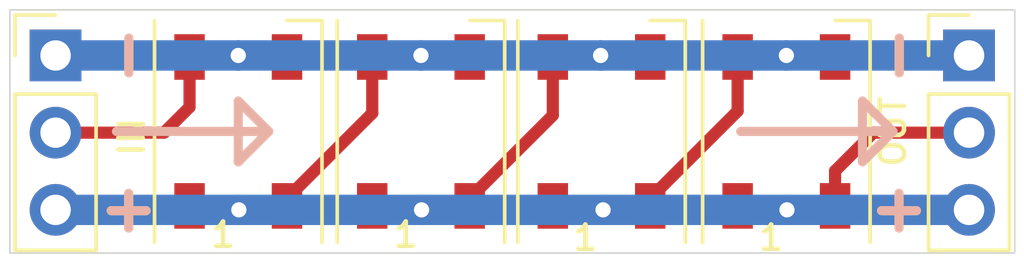
<source format=kicad_pcb>
(kicad_pcb (version 20171130) (host pcbnew 5.1.0)

  (general
    (thickness 1.6)
    (drawings 20)
    (tracks 52)
    (zones 0)
    (modules 6)
    (nets 8)
  )

  (page A4)
  (layers
    (0 F.Cu signal)
    (31 B.Cu signal)
    (32 B.Adhes user)
    (33 F.Adhes user)
    (34 B.Paste user)
    (35 F.Paste user)
    (36 B.SilkS user)
    (37 F.SilkS user)
    (38 B.Mask user)
    (39 F.Mask user)
    (40 Dwgs.User user)
    (41 Cmts.User user)
    (42 Eco1.User user)
    (43 Eco2.User user)
    (44 Edge.Cuts user)
    (45 Margin user)
    (46 B.CrtYd user)
    (47 F.CrtYd user)
    (48 B.Fab user)
    (49 F.Fab user)
  )

  (setup
    (last_trace_width 1)
    (user_trace_width 1)
    (trace_clearance 0.2)
    (zone_clearance 0.508)
    (zone_45_only no)
    (trace_min 0.2)
    (via_size 1)
    (via_drill 0.5)
    (via_min_size 0.4)
    (via_min_drill 0.3)
    (uvia_size 0.3)
    (uvia_drill 0.1)
    (uvias_allowed no)
    (uvia_min_size 0.2)
    (uvia_min_drill 0.1)
    (edge_width 0.05)
    (segment_width 0.2)
    (pcb_text_width 0.3)
    (pcb_text_size 1.5 1.5)
    (mod_edge_width 0.12)
    (mod_text_size 1 1)
    (mod_text_width 0.15)
    (pad_size 1.524 1.524)
    (pad_drill 0.762)
    (pad_to_mask_clearance 0.051)
    (solder_mask_min_width 0.25)
    (aux_axis_origin 0 0)
    (visible_elements FFFFFF7F)
    (pcbplotparams
      (layerselection 0x010fc_ffffffff)
      (usegerberextensions false)
      (usegerberattributes false)
      (usegerberadvancedattributes false)
      (creategerberjobfile false)
      (excludeedgelayer true)
      (linewidth 0.100000)
      (plotframeref false)
      (viasonmask false)
      (mode 1)
      (useauxorigin false)
      (hpglpennumber 1)
      (hpglpenspeed 20)
      (hpglpendiameter 15.000000)
      (psnegative false)
      (psa4output false)
      (plotreference true)
      (plotvalue true)
      (plotinvisibletext false)
      (padsonsilk false)
      (subtractmaskfromsilk false)
      (outputformat 1)
      (mirror false)
      (drillshape 1)
      (scaleselection 1)
      (outputdirectory ""))
  )

  (net 0 "")
  (net 1 "Net-(D1-Pad3)")
  (net 2 "Net-(D1-Pad4)")
  (net 3 "Net-(D1-Pad2)")
  (net 4 "Net-(D1-Pad1)")
  (net 5 "Net-(D2-Pad2)")
  (net 6 "Net-(D3-Pad2)")
  (net 7 "Net-(D4-Pad2)")

  (net_class Default "This is the default net class."
    (clearance 0.2)
    (trace_width 0.4)
    (via_dia 1)
    (via_drill 0.5)
    (uvia_dia 0.3)
    (uvia_drill 0.1)
    (add_net "Net-(D1-Pad1)")
    (add_net "Net-(D1-Pad2)")
    (add_net "Net-(D1-Pad3)")
    (add_net "Net-(D1-Pad4)")
    (add_net "Net-(D2-Pad2)")
    (add_net "Net-(D3-Pad2)")
    (add_net "Net-(D4-Pad2)")
  )

  (module LED_SMD:LED_WS2812B_PLCC4_5.0x5.0mm_P3.2mm (layer F.Cu) (tedit 5AA4B285) (tstamp 5CB7B144)
    (at 129 85.5 90)
    (descr https://cdn-shop.adafruit.com/datasheets/WS2812B.pdf)
    (tags "LED RGB NeoPixel")
    (path /5CB6FC3E)
    (attr smd)
    (fp_text reference D1 (at 0 -3.5 90) (layer F.SilkS) hide
      (effects (font (size 0.8 0.8) (thickness 0.15)))
    )
    (fp_text value WS2812B (at 0 4 90) (layer F.Fab)
      (effects (font (size 0.8 0.8) (thickness 0.15)))
    )
    (fp_text user 1 (at -3.4 -0.5 180) (layer F.SilkS)
      (effects (font (size 0.8 0.8) (thickness 0.15)))
    )
    (fp_text user %R (at 0 0 90) (layer F.Fab)
      (effects (font (size 0.8 0.8) (thickness 0.15)))
    )
    (fp_line (start 3.45 -2.75) (end -3.45 -2.75) (layer F.CrtYd) (width 0.05))
    (fp_line (start 3.45 2.75) (end 3.45 -2.75) (layer F.CrtYd) (width 0.05))
    (fp_line (start -3.45 2.75) (end 3.45 2.75) (layer F.CrtYd) (width 0.05))
    (fp_line (start -3.45 -2.75) (end -3.45 2.75) (layer F.CrtYd) (width 0.05))
    (fp_line (start 2.5 1.5) (end 1.5 2.5) (layer F.Fab) (width 0.1))
    (fp_line (start -2.5 -2.5) (end -2.5 2.5) (layer F.Fab) (width 0.1))
    (fp_line (start -2.5 2.5) (end 2.5 2.5) (layer F.Fab) (width 0.1))
    (fp_line (start 2.5 2.5) (end 2.5 -2.5) (layer F.Fab) (width 0.1))
    (fp_line (start 2.5 -2.5) (end -2.5 -2.5) (layer F.Fab) (width 0.1))
    (fp_line (start -3.65 -2.75) (end 3.65 -2.75) (layer F.SilkS) (width 0.12))
    (fp_line (start -3.65 2.75) (end 3.65 2.75) (layer F.SilkS) (width 0.12))
    (fp_line (start 3.65 2.75) (end 3.65 1.6) (layer F.SilkS) (width 0.12))
    (fp_circle (center 0 0) (end 0 -2) (layer F.Fab) (width 0.1))
    (pad 3 smd rect (at 2.45 1.6 90) (size 1.5 1) (layers F.Cu F.Paste F.Mask)
      (net 1 "Net-(D1-Pad3)"))
    (pad 4 smd rect (at 2.45 -1.6 90) (size 1.5 1) (layers F.Cu F.Paste F.Mask)
      (net 2 "Net-(D1-Pad4)"))
    (pad 2 smd rect (at -2.45 1.6 90) (size 1.5 1) (layers F.Cu F.Paste F.Mask)
      (net 3 "Net-(D1-Pad2)"))
    (pad 1 smd rect (at -2.45 -1.6 90) (size 1.5 1) (layers F.Cu F.Paste F.Mask)
      (net 4 "Net-(D1-Pad1)"))
    (model ${KISYS3DMOD}/LED_SMD.3dshapes/LED_WS2812B_PLCC4_5.0x5.0mm_P3.2mm.wrl
      (at (xyz 0 0 0))
      (scale (xyz 1 1 1))
      (rotate (xyz 0 0 0))
    )
  )

  (module LED_SMD:LED_WS2812B_PLCC4_5.0x5.0mm_P3.2mm (layer F.Cu) (tedit 5AA4B285) (tstamp 5CB7A844)
    (at 135 85.5 90)
    (descr https://cdn-shop.adafruit.com/datasheets/WS2812B.pdf)
    (tags "LED RGB NeoPixel")
    (path /5CB71BB8)
    (attr smd)
    (fp_text reference D2 (at 0 -3.5 90) (layer F.SilkS) hide
      (effects (font (size 0.8 0.8) (thickness 0.15)))
    )
    (fp_text value WS2812B (at 0 4 90) (layer F.Fab)
      (effects (font (size 0.8 0.8) (thickness 0.15)))
    )
    (fp_circle (center 0 0) (end 0 -2) (layer F.Fab) (width 0.1))
    (fp_line (start 3.65 2.75) (end 3.65 1.6) (layer F.SilkS) (width 0.12))
    (fp_line (start -3.65 2.75) (end 3.65 2.75) (layer F.SilkS) (width 0.12))
    (fp_line (start -3.65 -2.75) (end 3.65 -2.75) (layer F.SilkS) (width 0.12))
    (fp_line (start 2.5 -2.5) (end -2.5 -2.5) (layer F.Fab) (width 0.1))
    (fp_line (start 2.5 2.5) (end 2.5 -2.5) (layer F.Fab) (width 0.1))
    (fp_line (start -2.5 2.5) (end 2.5 2.5) (layer F.Fab) (width 0.1))
    (fp_line (start -2.5 -2.5) (end -2.5 2.5) (layer F.Fab) (width 0.1))
    (fp_line (start 2.5 1.5) (end 1.5 2.5) (layer F.Fab) (width 0.1))
    (fp_line (start -3.45 -2.75) (end -3.45 2.75) (layer F.CrtYd) (width 0.05))
    (fp_line (start -3.45 2.75) (end 3.45 2.75) (layer F.CrtYd) (width 0.05))
    (fp_line (start 3.45 2.75) (end 3.45 -2.75) (layer F.CrtYd) (width 0.05))
    (fp_line (start 3.45 -2.75) (end -3.45 -2.75) (layer F.CrtYd) (width 0.05))
    (fp_text user %R (at 0 0 90) (layer F.Fab)
      (effects (font (size 0.8 0.8) (thickness 0.15)))
    )
    (fp_text user 1 (at -3.4 -0.5 180) (layer F.SilkS)
      (effects (font (size 0.8 0.8) (thickness 0.15)))
    )
    (pad 1 smd rect (at -2.45 -1.6 90) (size 1.5 1) (layers F.Cu F.Paste F.Mask)
      (net 4 "Net-(D1-Pad1)"))
    (pad 2 smd rect (at -2.45 1.6 90) (size 1.5 1) (layers F.Cu F.Paste F.Mask)
      (net 5 "Net-(D2-Pad2)"))
    (pad 4 smd rect (at 2.45 -1.6 90) (size 1.5 1) (layers F.Cu F.Paste F.Mask)
      (net 3 "Net-(D1-Pad2)"))
    (pad 3 smd rect (at 2.45 1.6 90) (size 1.5 1) (layers F.Cu F.Paste F.Mask)
      (net 1 "Net-(D1-Pad3)"))
    (model ${KISYS3DMOD}/LED_SMD.3dshapes/LED_WS2812B_PLCC4_5.0x5.0mm_P3.2mm.wrl
      (at (xyz 0 0 0))
      (scale (xyz 1 1 1))
      (rotate (xyz 0 0 0))
    )
  )

  (module LED_SMD:LED_WS2812B_PLCC4_5.0x5.0mm_P3.2mm (layer F.Cu) (tedit 5AA4B285) (tstamp 5CB7AB7E)
    (at 140.930001 85.5 90)
    (descr https://cdn-shop.adafruit.com/datasheets/WS2812B.pdf)
    (tags "LED RGB NeoPixel")
    (path /5CB725FB)
    (attr smd)
    (fp_text reference D3 (at 0 -3.5 90) (layer F.SilkS) hide
      (effects (font (size 0.8 0.8) (thickness 0.15)))
    )
    (fp_text value WS2812B (at 0 4 90) (layer F.Fab)
      (effects (font (size 0.8 0.8) (thickness 0.15)))
    )
    (fp_text user 1 (at -3.5 -0.530001 180) (layer F.SilkS)
      (effects (font (size 0.8 0.8) (thickness 0.15)))
    )
    (fp_text user %R (at 0 0 90) (layer F.Fab)
      (effects (font (size 0.8 0.8) (thickness 0.15)))
    )
    (fp_line (start 3.45 -2.75) (end -3.45 -2.75) (layer F.CrtYd) (width 0.05))
    (fp_line (start 3.45 2.75) (end 3.45 -2.75) (layer F.CrtYd) (width 0.05))
    (fp_line (start -3.45 2.75) (end 3.45 2.75) (layer F.CrtYd) (width 0.05))
    (fp_line (start -3.45 -2.75) (end -3.45 2.75) (layer F.CrtYd) (width 0.05))
    (fp_line (start 2.5 1.5) (end 1.5 2.5) (layer F.Fab) (width 0.1))
    (fp_line (start -2.5 -2.5) (end -2.5 2.5) (layer F.Fab) (width 0.1))
    (fp_line (start -2.5 2.5) (end 2.5 2.5) (layer F.Fab) (width 0.1))
    (fp_line (start 2.5 2.5) (end 2.5 -2.5) (layer F.Fab) (width 0.1))
    (fp_line (start 2.5 -2.5) (end -2.5 -2.5) (layer F.Fab) (width 0.1))
    (fp_line (start -3.65 -2.75) (end 3.65 -2.75) (layer F.SilkS) (width 0.12))
    (fp_line (start -3.65 2.75) (end 3.65 2.75) (layer F.SilkS) (width 0.12))
    (fp_line (start 3.65 2.75) (end 3.65 1.6) (layer F.SilkS) (width 0.12))
    (fp_circle (center 0 0) (end 0 -2) (layer F.Fab) (width 0.1))
    (pad 3 smd rect (at 2.45 1.6 90) (size 1.5 1) (layers F.Cu F.Paste F.Mask)
      (net 1 "Net-(D1-Pad3)"))
    (pad 4 smd rect (at 2.45 -1.6 90) (size 1.5 1) (layers F.Cu F.Paste F.Mask)
      (net 5 "Net-(D2-Pad2)"))
    (pad 2 smd rect (at -2.45 1.6 90) (size 1.5 1) (layers F.Cu F.Paste F.Mask)
      (net 6 "Net-(D3-Pad2)"))
    (pad 1 smd rect (at -2.45 -1.6 90) (size 1.5 1) (layers F.Cu F.Paste F.Mask)
      (net 4 "Net-(D1-Pad1)"))
    (model ${KISYS3DMOD}/LED_SMD.3dshapes/LED_WS2812B_PLCC4_5.0x5.0mm_P3.2mm.wrl
      (at (xyz 0 0 0))
      (scale (xyz 1 1 1))
      (rotate (xyz 0 0 0))
    )
  )

  (module LED_SMD:LED_WS2812B_PLCC4_5.0x5.0mm_P3.2mm (layer F.Cu) (tedit 5AA4B285) (tstamp 5CB7AEAD)
    (at 147 85.5 90)
    (descr https://cdn-shop.adafruit.com/datasheets/WS2812B.pdf)
    (tags "LED RGB NeoPixel")
    (path /5CB72B01)
    (attr smd)
    (fp_text reference D4 (at 0 -3.5 90) (layer F.SilkS) hide
      (effects (font (size 0.8 0.8) (thickness 0.15)))
    )
    (fp_text value WS2812B (at 0 4 90) (layer F.Fab)
      (effects (font (size 0.8 0.8) (thickness 0.15)))
    )
    (fp_circle (center 0 0) (end 0 -2) (layer F.Fab) (width 0.1))
    (fp_line (start 3.65 2.75) (end 3.65 1.6) (layer F.SilkS) (width 0.12))
    (fp_line (start -3.65 2.75) (end 3.65 2.75) (layer F.SilkS) (width 0.12))
    (fp_line (start -3.65 -2.75) (end 3.65 -2.75) (layer F.SilkS) (width 0.12))
    (fp_line (start 2.5 -2.5) (end -2.5 -2.5) (layer F.Fab) (width 0.1))
    (fp_line (start 2.5 2.5) (end 2.5 -2.5) (layer F.Fab) (width 0.1))
    (fp_line (start -2.5 2.5) (end 2.5 2.5) (layer F.Fab) (width 0.1))
    (fp_line (start -2.5 -2.5) (end -2.5 2.5) (layer F.Fab) (width 0.1))
    (fp_line (start 2.5 1.5) (end 1.5 2.5) (layer F.Fab) (width 0.1))
    (fp_line (start -3.45 -2.75) (end -3.45 2.75) (layer F.CrtYd) (width 0.05))
    (fp_line (start -3.45 2.75) (end 3.45 2.75) (layer F.CrtYd) (width 0.05))
    (fp_line (start 3.45 2.75) (end 3.45 -2.75) (layer F.CrtYd) (width 0.05))
    (fp_line (start 3.45 -2.75) (end -3.45 -2.75) (layer F.CrtYd) (width 0.05))
    (fp_text user %R (at 0 0 90) (layer F.Fab)
      (effects (font (size 0.8 0.8) (thickness 0.15)))
    )
    (fp_text user 1 (at -3.5 -0.5 180) (layer F.SilkS)
      (effects (font (size 0.8 0.8) (thickness 0.15)))
    )
    (pad 1 smd rect (at -2.45 -1.6 90) (size 1.5 1) (layers F.Cu F.Paste F.Mask)
      (net 4 "Net-(D1-Pad1)"))
    (pad 2 smd rect (at -2.45 1.6 90) (size 1.5 1) (layers F.Cu F.Paste F.Mask)
      (net 7 "Net-(D4-Pad2)"))
    (pad 4 smd rect (at 2.45 -1.6 90) (size 1.5 1) (layers F.Cu F.Paste F.Mask)
      (net 6 "Net-(D3-Pad2)"))
    (pad 3 smd rect (at 2.45 1.6 90) (size 1.5 1) (layers F.Cu F.Paste F.Mask)
      (net 1 "Net-(D1-Pad3)"))
    (model ${KISYS3DMOD}/LED_SMD.3dshapes/LED_WS2812B_PLCC4_5.0x5.0mm_P3.2mm.wrl
      (at (xyz 0 0 0))
      (scale (xyz 1 1 1))
      (rotate (xyz 0 0 0))
    )
  )

  (module Connector_PinHeader_2.54mm:PinHeader_1x03_P2.54mm_Vertical (layer F.Cu) (tedit 59FED5CC) (tstamp 5CB7A889)
    (at 123 83)
    (descr "Through hole straight pin header, 1x03, 2.54mm pitch, single row")
    (tags "Through hole pin header THT 1x03 2.54mm single row")
    (path /5CB73071)
    (fp_text reference J1 (at 0 -2.33) (layer F.SilkS) hide
      (effects (font (size 0.8 0.8) (thickness 0.15)))
    )
    (fp_text value IN (at 2.5 2.674999 90) (layer F.SilkS)
      (effects (font (size 0.8 0.8) (thickness 0.15)))
    )
    (fp_line (start -0.635 -1.27) (end 1.27 -1.27) (layer F.Fab) (width 0.1))
    (fp_line (start 1.27 -1.27) (end 1.27 6.35) (layer F.Fab) (width 0.1))
    (fp_line (start 1.27 6.35) (end -1.27 6.35) (layer F.Fab) (width 0.1))
    (fp_line (start -1.27 6.35) (end -1.27 -0.635) (layer F.Fab) (width 0.1))
    (fp_line (start -1.27 -0.635) (end -0.635 -1.27) (layer F.Fab) (width 0.1))
    (fp_line (start -1.33 6.41) (end 1.33 6.41) (layer F.SilkS) (width 0.12))
    (fp_line (start -1.33 1.27) (end -1.33 6.41) (layer F.SilkS) (width 0.12))
    (fp_line (start 1.33 1.27) (end 1.33 6.41) (layer F.SilkS) (width 0.12))
    (fp_line (start -1.33 1.27) (end 1.33 1.27) (layer F.SilkS) (width 0.12))
    (fp_line (start -1.33 0) (end -1.33 -1.33) (layer F.SilkS) (width 0.12))
    (fp_line (start -1.33 -1.33) (end 0 -1.33) (layer F.SilkS) (width 0.12))
    (fp_line (start -1.8 -1.8) (end -1.8 6.85) (layer F.CrtYd) (width 0.05))
    (fp_line (start -1.8 6.85) (end 1.8 6.85) (layer F.CrtYd) (width 0.05))
    (fp_line (start 1.8 6.85) (end 1.8 -1.8) (layer F.CrtYd) (width 0.05))
    (fp_line (start 1.8 -1.8) (end -1.8 -1.8) (layer F.CrtYd) (width 0.05))
    (fp_text user %R (at 0 2.54 90) (layer F.Fab)
      (effects (font (size 0.8 0.8) (thickness 0.15)))
    )
    (pad 1 thru_hole rect (at 0 0) (size 1.7 1.7) (drill 1) (layers *.Cu *.Mask)
      (net 1 "Net-(D1-Pad3)"))
    (pad 2 thru_hole oval (at 0 2.54) (size 1.7 1.7) (drill 1) (layers *.Cu *.Mask)
      (net 2 "Net-(D1-Pad4)"))
    (pad 3 thru_hole oval (at 0 5.08) (size 1.7 1.7) (drill 1) (layers *.Cu *.Mask)
      (net 4 "Net-(D1-Pad1)"))
    (model ${KISYS3DMOD}/Connector_PinHeader_2.54mm.3dshapes/PinHeader_1x03_P2.54mm_Vertical.wrl
      (at (xyz 0 0 0))
      (scale (xyz 1 1 1))
      (rotate (xyz 0 0 0))
    )
  )

  (module Connector_PinHeader_2.54mm:PinHeader_1x03_P2.54mm_Vertical (layer F.Cu) (tedit 59FED5CC) (tstamp 5CB7A8A0)
    (at 153 83)
    (descr "Through hole straight pin header, 1x03, 2.54mm pitch, single row")
    (tags "Through hole pin header THT 1x03 2.54mm single row")
    (path /5CB7660F)
    (fp_text reference J2 (at 0 -2.33) (layer F.SilkS) hide
      (effects (font (size 0.8 0.8) (thickness 0.15)))
    )
    (fp_text value OUT (at -2.5 2.5 90) (layer F.SilkS)
      (effects (font (size 0.8 0.8) (thickness 0.15)))
    )
    (fp_text user %R (at 0 2.54 90) (layer F.Fab)
      (effects (font (size 0.8 0.8) (thickness 0.15)))
    )
    (fp_line (start 1.8 -1.8) (end -1.8 -1.8) (layer F.CrtYd) (width 0.05))
    (fp_line (start 1.8 6.85) (end 1.8 -1.8) (layer F.CrtYd) (width 0.05))
    (fp_line (start -1.8 6.85) (end 1.8 6.85) (layer F.CrtYd) (width 0.05))
    (fp_line (start -1.8 -1.8) (end -1.8 6.85) (layer F.CrtYd) (width 0.05))
    (fp_line (start -1.33 -1.33) (end 0 -1.33) (layer F.SilkS) (width 0.12))
    (fp_line (start -1.33 0) (end -1.33 -1.33) (layer F.SilkS) (width 0.12))
    (fp_line (start -1.33 1.27) (end 1.33 1.27) (layer F.SilkS) (width 0.12))
    (fp_line (start 1.33 1.27) (end 1.33 6.41) (layer F.SilkS) (width 0.12))
    (fp_line (start -1.33 1.27) (end -1.33 6.41) (layer F.SilkS) (width 0.12))
    (fp_line (start -1.33 6.41) (end 1.33 6.41) (layer F.SilkS) (width 0.12))
    (fp_line (start -1.27 -0.635) (end -0.635 -1.27) (layer F.Fab) (width 0.1))
    (fp_line (start -1.27 6.35) (end -1.27 -0.635) (layer F.Fab) (width 0.1))
    (fp_line (start 1.27 6.35) (end -1.27 6.35) (layer F.Fab) (width 0.1))
    (fp_line (start 1.27 -1.27) (end 1.27 6.35) (layer F.Fab) (width 0.1))
    (fp_line (start -0.635 -1.27) (end 1.27 -1.27) (layer F.Fab) (width 0.1))
    (pad 3 thru_hole oval (at 0 5.08) (size 1.7 1.7) (drill 1) (layers *.Cu *.Mask)
      (net 4 "Net-(D1-Pad1)"))
    (pad 2 thru_hole oval (at 0 2.54) (size 1.7 1.7) (drill 1) (layers *.Cu *.Mask)
      (net 7 "Net-(D4-Pad2)"))
    (pad 1 thru_hole rect (at 0 0) (size 1.7 1.7) (drill 1) (layers *.Cu *.Mask)
      (net 1 "Net-(D1-Pad3)"))
    (model ${KISYS3DMOD}/Connector_PinHeader_2.54mm.3dshapes/PinHeader_1x03_P2.54mm_Vertical.wrl
      (at (xyz 0 0 0))
      (scale (xyz 1 1 1))
      (rotate (xyz 0 0 0))
    )
  )

  (gr_line (start 150.5 85.5) (end 149.5 84.5) (layer B.SilkS) (width 0.3) (tstamp 5CB7B355))
  (gr_line (start 145.5 85.5) (end 150.5 85.5) (layer B.SilkS) (width 0.3) (tstamp 5CB7B354))
  (gr_line (start 149.5 86.5) (end 150.5 85.5) (layer B.SilkS) (width 0.3) (tstamp 5CB7B353))
  (gr_line (start 149.5 84.5) (end 149.5 86.5) (layer B.SilkS) (width 0.3) (tstamp 5CB7B352))
  (gr_line (start 129 86.5) (end 130 85.5) (layer B.SilkS) (width 0.3) (tstamp 5CB7B2F5))
  (gr_line (start 129 84.5) (end 129 86.5) (layer B.SilkS) (width 0.3))
  (gr_line (start 130 85.5) (end 129 84.5) (layer B.SilkS) (width 0.3))
  (gr_line (start 125 85.5) (end 130 85.5) (layer B.SilkS) (width 0.3))
  (gr_text - (at 150.6 83 90) (layer B.SilkS) (tstamp 5CB7B279)
    (effects (font (size 1.5 1.5) (thickness 0.3)) (justify mirror))
  )
  (gr_text + (at 150.7 88) (layer B.SilkS) (tstamp 5CB7B278)
    (effects (font (size 1.5 1.5) (thickness 0.3)) (justify mirror))
  )
  (gr_text + (at 125.4 88) (layer B.SilkS) (tstamp 5CB7B26F)
    (effects (font (size 1.5 1.5) (thickness 0.3)) (justify mirror))
  )
  (gr_text - (at 125.3 83 90) (layer B.SilkS) (tstamp 5CB7B26E)
    (effects (font (size 1.5 1.5) (thickness 0.3)) (justify mirror))
  )
  (gr_text - (at 150.6 83 90) (layer F.SilkS) (tstamp 5CB7B25B)
    (effects (font (size 1.5 1.5) (thickness 0.3)) (justify mirror))
  )
  (gr_text + (at 150.7 88) (layer F.SilkS) (tstamp 5CB7B25A)
    (effects (font (size 1.5 1.5) (thickness 0.3)) (justify mirror))
  )
  (gr_text - (at 125.3 83 90) (layer F.SilkS) (tstamp 5CB7B240)
    (effects (font (size 1.5 1.5) (thickness 0.3)) (justify mirror))
  )
  (gr_text + (at 125.4 88) (layer F.SilkS)
    (effects (font (size 1.5 1.5) (thickness 0.3)) (justify mirror))
  )
  (gr_line (start 121.5 89.5) (end 121.5 81.5) (layer Edge.Cuts) (width 0.05) (tstamp 5CB7AE68))
  (gr_line (start 154.5 89.5) (end 121.5 89.5) (layer Edge.Cuts) (width 0.05))
  (gr_line (start 154.5 81.5) (end 154.5 89.5) (layer Edge.Cuts) (width 0.05))
  (gr_line (start 121.5 81.5) (end 154.5 81.5) (layer Edge.Cuts) (width 0.05))

  (segment (start 123 83) (end 124.25 83) (width 0.4) (layer B.Cu) (net 1))
  (via (at 129 83) (size 1) (drill 0.5) (layers F.Cu B.Cu) (net 1))
  (segment (start 124.25 83) (end 129 83) (width 0.4) (layer B.Cu) (net 1))
  (segment (start 130.55 83) (end 130.6 83.05) (width 0.4) (layer F.Cu) (net 1))
  (segment (start 129 83) (end 130.55 83) (width 0.4) (layer F.Cu) (net 1))
  (via (at 135 83) (size 1) (drill 0.5) (layers F.Cu B.Cu) (net 1))
  (segment (start 129 83) (end 135 83) (width 0.4) (layer B.Cu) (net 1))
  (segment (start 136.55 83) (end 136.6 83.05) (width 0.4) (layer F.Cu) (net 1))
  (segment (start 135 83) (end 136.55 83) (width 0.4) (layer F.Cu) (net 1))
  (via (at 140.9 83) (size 1) (drill 0.5) (layers F.Cu B.Cu) (net 1))
  (segment (start 135 83) (end 140.9 83) (width 0.4) (layer B.Cu) (net 1))
  (segment (start 142.480001 83) (end 142.530001 83.05) (width 0.4) (layer F.Cu) (net 1))
  (segment (start 140.9 83) (end 142.480001 83) (width 0.4) (layer F.Cu) (net 1))
  (via (at 147 83) (size 1) (drill 0.5) (layers F.Cu B.Cu) (net 1))
  (segment (start 147 83) (end 153 83) (width 0.4) (layer B.Cu) (net 1))
  (segment (start 140.9 83) (end 147 83) (width 0.4) (layer B.Cu) (net 1))
  (segment (start 148.55 83) (end 148.6 83.05) (width 0.4) (layer F.Cu) (net 1))
  (segment (start 147 83) (end 148.55 83) (width 0.4) (layer F.Cu) (net 1))
  (segment (start 123 83) (end 153 83) (width 1) (layer B.Cu) (net 1))
  (segment (start 127.4 84.7) (end 127.4 83.05) (width 0.4) (layer F.Cu) (net 2))
  (segment (start 123 85.54) (end 126.56 85.54) (width 0.4) (layer F.Cu) (net 2))
  (segment (start 126.56 85.54) (end 127.4 84.7) (width 0.4) (layer F.Cu) (net 2))
  (segment (start 133.4 84.9) (end 133.4 83.05) (width 0.4) (layer F.Cu) (net 3))
  (segment (start 130.6 87.95) (end 130.6 87.7) (width 0.4) (layer F.Cu) (net 3))
  (segment (start 130.6 87.7) (end 133.4 84.9) (width 0.4) (layer F.Cu) (net 3))
  (via (at 129.02 88.08) (size 1) (drill 0.5) (layers F.Cu B.Cu) (net 4))
  (segment (start 123 88.08) (end 129.02 88.08) (width 0.4) (layer B.Cu) (net 4))
  (segment (start 127.53 88.08) (end 127.4 87.95) (width 0.4) (layer F.Cu) (net 4))
  (segment (start 129.02 88.08) (end 127.53 88.08) (width 0.4) (layer F.Cu) (net 4))
  (via (at 135.02 88.08) (size 1) (drill 0.5) (layers F.Cu B.Cu) (net 4))
  (segment (start 129.02 88.08) (end 135.02 88.08) (width 0.4) (layer B.Cu) (net 4))
  (segment (start 133.53 88.08) (end 133.4 87.95) (width 0.4) (layer F.Cu) (net 4))
  (segment (start 135.02 88.08) (end 133.53 88.08) (width 0.4) (layer F.Cu) (net 4))
  (via (at 140.98 88.08) (size 1) (drill 0.5) (layers F.Cu B.Cu) (net 4))
  (segment (start 135.02 88.08) (end 140.98 88.08) (width 0.4) (layer B.Cu) (net 4))
  (segment (start 139.460001 88.08) (end 139.330001 87.95) (width 0.4) (layer F.Cu) (net 4))
  (segment (start 140.98 88.08) (end 139.460001 88.08) (width 0.4) (layer F.Cu) (net 4))
  (via (at 147.02 88.08) (size 1) (drill 0.5) (layers F.Cu B.Cu) (net 4))
  (segment (start 147.02 88.08) (end 153 88.08) (width 0.4) (layer B.Cu) (net 4))
  (segment (start 140.98 88.08) (end 147.02 88.08) (width 0.4) (layer B.Cu) (net 4))
  (segment (start 145.53 88.08) (end 145.4 87.95) (width 0.4) (layer F.Cu) (net 4))
  (segment (start 147.02 88.08) (end 145.53 88.08) (width 0.4) (layer F.Cu) (net 4))
  (segment (start 123 88.08) (end 153 88.08) (width 1) (layer B.Cu) (net 4))
  (segment (start 139.330001 84.969999) (end 139.330001 83.05) (width 0.4) (layer F.Cu) (net 5))
  (segment (start 136.6 87.95) (end 136.6 87.7) (width 0.4) (layer F.Cu) (net 5))
  (segment (start 136.6 87.7) (end 139.330001 84.969999) (width 0.4) (layer F.Cu) (net 5))
  (segment (start 142.530001 87.7) (end 145.4 84.830001) (width 0.4) (layer F.Cu) (net 6))
  (segment (start 142.530001 87.95) (end 142.530001 87.7) (width 0.4) (layer F.Cu) (net 6))
  (segment (start 145.4 84.830001) (end 145.4 83.05) (width 0.4) (layer F.Cu) (net 6))
  (segment (start 149.86 85.54) (end 153 85.54) (width 0.4) (layer F.Cu) (net 7))
  (segment (start 148.6 87.95) (end 148.6 86.8) (width 0.4) (layer F.Cu) (net 7))
  (segment (start 148.6 86.8) (end 149.86 85.54) (width 0.4) (layer F.Cu) (net 7))

)

</source>
